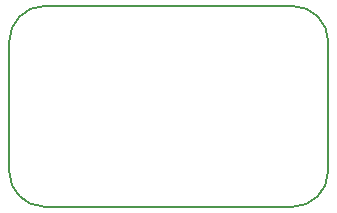
<source format=gm1>
%TF.GenerationSoftware,KiCad,Pcbnew,(5.1.10)-1*%
%TF.CreationDate,2021-09-27T16:18:06+09:00*%
%TF.ProjectId,EXTERNAL_LED_BOARD,45585445-524e-4414-9c5f-4c45445f424f,rev?*%
%TF.SameCoordinates,Original*%
%TF.FileFunction,Profile,NP*%
%FSLAX46Y46*%
G04 Gerber Fmt 4.6, Leading zero omitted, Abs format (unit mm)*
G04 Created by KiCad (PCBNEW (5.1.10)-1) date 2021-09-27 16:18:06*
%MOMM*%
%LPD*%
G01*
G04 APERTURE LIST*
%TA.AperFunction,Profile*%
%ADD10C,0.200000*%
%TD*%
G04 APERTURE END LIST*
D10*
X145205999Y-90505501D02*
X124206000Y-90505501D01*
X121206000Y-93505501D02*
G75*
G02*
X124206000Y-90505501I3000000J0D01*
G01*
X121206000Y-93505501D02*
X121206000Y-104505500D01*
X148206000Y-104505500D02*
G75*
G02*
X145206000Y-107505500I-3000000J0D01*
G01*
X124206000Y-107505500D02*
G75*
G02*
X121206000Y-104505500I0J3000000D01*
G01*
X145205999Y-90505501D02*
G75*
G02*
X148205999Y-93505501I0J-3000000D01*
G01*
X148206000Y-104505500D02*
X148205999Y-93505501D01*
X124206000Y-107505500D02*
X145206000Y-107505500D01*
M02*

</source>
